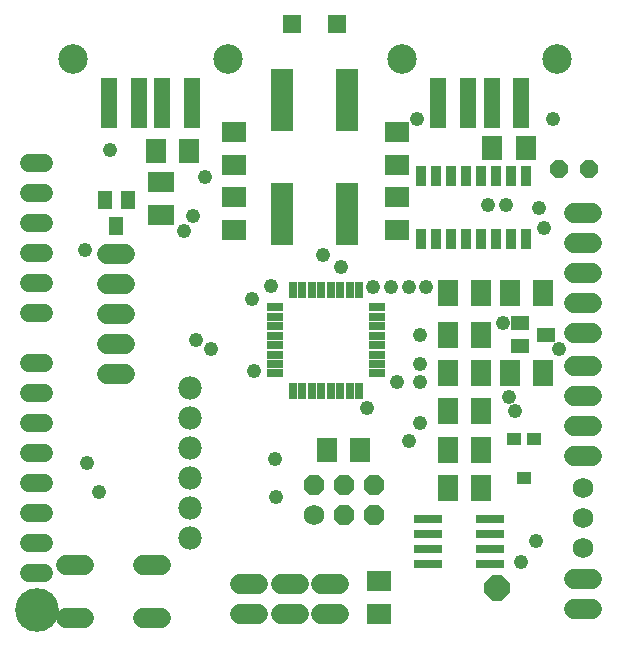
<source format=gts>
G75*
%MOIN*%
%OFA0B0*%
%FSLAX25Y25*%
%IPPOS*%
%LPD*%
%AMOC8*
5,1,8,0,0,1.08239X$1,22.5*
%
%ADD10R,0.07800X0.20800*%
%ADD11R,0.07887X0.07099*%
%ADD12R,0.07099X0.07887*%
%ADD13R,0.06312X0.06312*%
%ADD14R,0.09461X0.03162*%
%ADD15OC8,0.06000*%
%ADD16R,0.07099X0.08674*%
%ADD17R,0.04737X0.04343*%
%ADD18R,0.05131X0.04343*%
%ADD19R,0.03300X0.06800*%
%ADD20C,0.06800*%
%ADD21R,0.05209X0.16548*%
%ADD22C,0.09855*%
%ADD23C,0.06800*%
%ADD24OC8,0.08400*%
%ADD25R,0.03000X0.05800*%
%ADD26R,0.05800X0.03000*%
%ADD27OC8,0.06800*%
%ADD28C,0.07800*%
%ADD29C,0.05950*%
%ADD30C,0.14580*%
%ADD31R,0.06312X0.04737*%
%ADD32R,0.04737X0.06312*%
%ADD33R,0.08674X0.07099*%
%ADD34C,0.04762*%
D10*
X0096535Y0171728D03*
X0118189Y0171728D03*
X0118189Y0209728D03*
X0096535Y0209728D03*
D11*
X0080787Y0199192D03*
X0080787Y0188169D03*
X0080787Y0177539D03*
X0080787Y0166515D03*
X0134921Y0166515D03*
X0134921Y0177539D03*
X0134921Y0188169D03*
X0134921Y0199192D03*
X0129016Y0049586D03*
X0129016Y0038562D03*
D12*
X0122717Y0093287D03*
X0111693Y0093287D03*
X0065630Y0192696D03*
X0054606Y0192696D03*
X0166811Y0193680D03*
X0177835Y0193680D03*
D13*
X0114843Y0235019D03*
X0099882Y0235019D03*
D14*
X0145354Y0070275D03*
X0145354Y0065275D03*
X0145354Y0060275D03*
X0145354Y0055275D03*
X0165827Y0055275D03*
X0165827Y0060275D03*
X0165827Y0065275D03*
X0165827Y0070275D03*
D15*
X0188976Y0186948D03*
X0198976Y0186948D03*
D16*
X0183740Y0145452D03*
X0172717Y0145452D03*
X0163071Y0145452D03*
X0163071Y0131673D03*
X0163071Y0118877D03*
X0163071Y0106082D03*
X0163071Y0093287D03*
X0163071Y0080491D03*
X0152047Y0080491D03*
X0152047Y0093287D03*
X0152047Y0106082D03*
X0152047Y0118877D03*
X0152047Y0131673D03*
X0152047Y0145452D03*
X0172717Y0118877D03*
X0183740Y0118877D03*
D17*
X0180591Y0096830D03*
X0173898Y0096830D03*
D18*
X0177244Y0083838D03*
D19*
X0178012Y0163385D03*
X0173012Y0163385D03*
X0168012Y0163385D03*
X0163012Y0163385D03*
X0158012Y0163385D03*
X0153012Y0163385D03*
X0148012Y0163385D03*
X0143012Y0163385D03*
X0143012Y0184606D03*
X0148012Y0184606D03*
X0153012Y0184606D03*
X0158012Y0184606D03*
X0163012Y0184606D03*
X0168012Y0184606D03*
X0173012Y0184606D03*
X0178012Y0184606D03*
D20*
X0030633Y0037143D02*
X0024633Y0037143D01*
X0024633Y0054943D02*
X0030633Y0054943D01*
X0050233Y0054943D02*
X0056233Y0054943D01*
X0056233Y0037143D02*
X0050233Y0037143D01*
X0082709Y0038582D02*
X0088709Y0038582D01*
X0096488Y0038582D02*
X0102488Y0038582D01*
X0109776Y0038582D02*
X0115776Y0038582D01*
X0115776Y0048582D02*
X0109776Y0048582D01*
X0102488Y0048582D02*
X0096488Y0048582D01*
X0088709Y0048582D02*
X0082709Y0048582D01*
X0044417Y0118562D02*
X0038417Y0118562D01*
X0038417Y0128562D02*
X0044417Y0128562D01*
X0044417Y0138562D02*
X0038417Y0138562D01*
X0038417Y0148562D02*
X0044417Y0148562D01*
X0044417Y0158562D02*
X0038417Y0158562D01*
X0193929Y0162342D02*
X0199929Y0162342D01*
X0199929Y0172342D02*
X0193929Y0172342D01*
X0193929Y0152342D02*
X0199929Y0152342D01*
X0199929Y0142342D02*
X0193929Y0142342D01*
X0193929Y0132342D02*
X0199929Y0132342D01*
X0199929Y0121082D02*
X0193929Y0121082D01*
X0193929Y0111082D02*
X0199929Y0111082D01*
X0199929Y0101082D02*
X0193929Y0101082D01*
X0193929Y0091082D02*
X0199929Y0091082D01*
X0199929Y0050058D02*
X0193929Y0050058D01*
X0193929Y0040058D02*
X0199929Y0040058D01*
D21*
X0176378Y0208838D03*
X0166535Y0208838D03*
X0158661Y0208838D03*
X0148819Y0208838D03*
X0066654Y0208838D03*
X0056811Y0208838D03*
X0048937Y0208838D03*
X0039094Y0208838D03*
D22*
X0027008Y0223484D03*
X0078740Y0223484D03*
X0136732Y0223484D03*
X0188465Y0223484D03*
D23*
X0196929Y0080649D03*
X0196929Y0070649D03*
X0196929Y0060649D03*
X0107205Y0071554D03*
D24*
X0168386Y0047027D03*
D25*
X0122323Y0112804D03*
X0119173Y0112804D03*
X0116024Y0112804D03*
X0112874Y0112804D03*
X0109724Y0112804D03*
X0106575Y0112804D03*
X0103425Y0112804D03*
X0100276Y0112804D03*
X0100276Y0146604D03*
X0103425Y0146604D03*
X0106575Y0146604D03*
X0109724Y0146604D03*
X0112874Y0146604D03*
X0116024Y0146604D03*
X0119173Y0146604D03*
X0122323Y0146604D03*
D26*
X0128199Y0140728D03*
X0128199Y0137578D03*
X0128199Y0134428D03*
X0128199Y0131279D03*
X0128199Y0128129D03*
X0128199Y0124980D03*
X0128199Y0121830D03*
X0128199Y0118680D03*
X0094399Y0118680D03*
X0094399Y0121830D03*
X0094399Y0124980D03*
X0094399Y0128129D03*
X0094399Y0131279D03*
X0094399Y0134428D03*
X0094399Y0137578D03*
X0094399Y0140728D03*
D27*
X0107205Y0081554D03*
X0117205Y0081554D03*
X0117205Y0071554D03*
X0127205Y0071554D03*
X0127205Y0081554D03*
D28*
X0066102Y0083877D03*
X0066102Y0073877D03*
X0066102Y0063877D03*
X0066102Y0093877D03*
X0066102Y0103877D03*
X0066102Y0113877D03*
D29*
X0017417Y0112027D02*
X0012268Y0112027D01*
X0012268Y0122027D02*
X0017417Y0122027D01*
X0017417Y0138759D02*
X0012268Y0138759D01*
X0012268Y0148759D02*
X0017417Y0148759D01*
X0017417Y0158759D02*
X0012268Y0158759D01*
X0012268Y0168759D02*
X0017417Y0168759D01*
X0017417Y0178759D02*
X0012268Y0178759D01*
X0012268Y0188759D02*
X0017417Y0188759D01*
X0017417Y0102027D02*
X0012268Y0102027D01*
X0012268Y0092027D02*
X0017417Y0092027D01*
X0017417Y0082027D02*
X0012268Y0082027D01*
X0012268Y0072027D02*
X0017417Y0072027D01*
X0017417Y0062027D02*
X0012268Y0062027D01*
X0012268Y0052027D02*
X0017417Y0052027D01*
D30*
X0014843Y0039940D03*
D31*
X0175866Y0127932D03*
X0175866Y0135413D03*
X0184528Y0131673D03*
D32*
X0045157Y0176358D03*
X0037677Y0176358D03*
X0041417Y0167696D03*
D33*
X0056181Y0171436D03*
X0056181Y0182460D03*
D34*
X0067008Y0171043D03*
X0064055Y0166121D03*
X0070945Y0184330D03*
X0093091Y0147913D03*
X0086693Y0143484D03*
X0072913Y0126751D03*
X0067992Y0129704D03*
X0087185Y0119369D03*
X0094399Y0090334D03*
X0094567Y0077539D03*
X0125079Y0107066D03*
X0134921Y0115925D03*
X0142795Y0115925D03*
X0142795Y0121830D03*
X0142795Y0131673D03*
X0144764Y0147421D03*
X0138858Y0147421D03*
X0132953Y0147421D03*
X0127047Y0147421D03*
X0116220Y0154310D03*
X0110315Y0158247D03*
X0141811Y0203523D03*
X0165433Y0174980D03*
X0171339Y0174980D03*
X0182165Y0173995D03*
X0184134Y0167106D03*
X0170354Y0135610D03*
X0172323Y0111003D03*
X0174291Y0106082D03*
X0189055Y0126751D03*
X0142795Y0102145D03*
X0138858Y0096239D03*
X0176260Y0055885D03*
X0181181Y0062775D03*
X0187087Y0203523D03*
X0039449Y0193188D03*
X0031083Y0159724D03*
X0031575Y0088858D03*
X0035512Y0079015D03*
M02*

</source>
